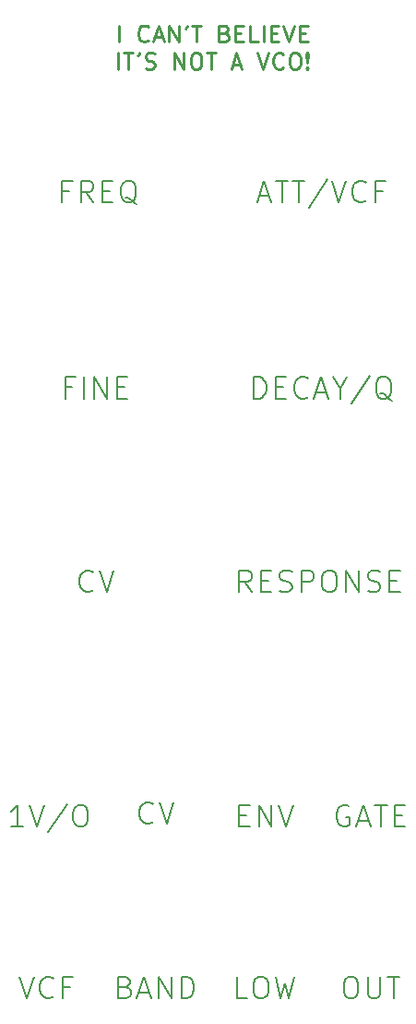
<source format=gbr>
G04 #@! TF.GenerationSoftware,KiCad,Pcbnew,(5.1.5-0)*
G04 #@! TF.CreationDate,2021-01-12T22:40:15-08:00*
G04 #@! TF.ProjectId,icbina,69636269-6e61-42e6-9b69-6361645f7063,rev?*
G04 #@! TF.SameCoordinates,Original*
G04 #@! TF.FileFunction,Legend,Top*
G04 #@! TF.FilePolarity,Positive*
%FSLAX46Y46*%
G04 Gerber Fmt 4.6, Leading zero omitted, Abs format (unit mm)*
G04 Created by KiCad (PCBNEW (5.1.5-0)) date 2021-01-12 22:40:15*
%MOMM*%
%LPD*%
G04 APERTURE LIST*
%ADD10C,0.250000*%
%ADD11C,0.200000*%
G04 APERTURE END LIST*
D10*
X111607142Y-33428571D02*
X111607142Y-31928571D01*
X114321428Y-33285714D02*
X114250000Y-33357142D01*
X114035714Y-33428571D01*
X113892857Y-33428571D01*
X113678571Y-33357142D01*
X113535714Y-33214285D01*
X113464285Y-33071428D01*
X113392857Y-32785714D01*
X113392857Y-32571428D01*
X113464285Y-32285714D01*
X113535714Y-32142857D01*
X113678571Y-32000000D01*
X113892857Y-31928571D01*
X114035714Y-31928571D01*
X114250000Y-32000000D01*
X114321428Y-32071428D01*
X114892857Y-33000000D02*
X115607142Y-33000000D01*
X114750000Y-33428571D02*
X115250000Y-31928571D01*
X115750000Y-33428571D01*
X116250000Y-33428571D02*
X116250000Y-31928571D01*
X117107142Y-33428571D01*
X117107142Y-31928571D01*
X117892857Y-31928571D02*
X117892857Y-32000000D01*
X117821428Y-32142857D01*
X117750000Y-32214285D01*
X118321428Y-31928571D02*
X119178571Y-31928571D01*
X118750000Y-33428571D02*
X118750000Y-31928571D01*
X121321428Y-32642857D02*
X121535714Y-32714285D01*
X121607142Y-32785714D01*
X121678571Y-32928571D01*
X121678571Y-33142857D01*
X121607142Y-33285714D01*
X121535714Y-33357142D01*
X121392857Y-33428571D01*
X120821428Y-33428571D01*
X120821428Y-31928571D01*
X121321428Y-31928571D01*
X121464285Y-32000000D01*
X121535714Y-32071428D01*
X121607142Y-32214285D01*
X121607142Y-32357142D01*
X121535714Y-32500000D01*
X121464285Y-32571428D01*
X121321428Y-32642857D01*
X120821428Y-32642857D01*
X122321428Y-32642857D02*
X122821428Y-32642857D01*
X123035714Y-33428571D02*
X122321428Y-33428571D01*
X122321428Y-31928571D01*
X123035714Y-31928571D01*
X124392857Y-33428571D02*
X123678571Y-33428571D01*
X123678571Y-31928571D01*
X124892857Y-33428571D02*
X124892857Y-31928571D01*
X125607142Y-32642857D02*
X126107142Y-32642857D01*
X126321428Y-33428571D02*
X125607142Y-33428571D01*
X125607142Y-31928571D01*
X126321428Y-31928571D01*
X126750000Y-31928571D02*
X127250000Y-33428571D01*
X127750000Y-31928571D01*
X128250000Y-32642857D02*
X128750000Y-32642857D01*
X128964285Y-33428571D02*
X128250000Y-33428571D01*
X128250000Y-31928571D01*
X128964285Y-31928571D01*
X111571428Y-35928571D02*
X111571428Y-34428571D01*
X112071428Y-34428571D02*
X112928571Y-34428571D01*
X112500000Y-35928571D02*
X112500000Y-34428571D01*
X113500000Y-34428571D02*
X113500000Y-34500000D01*
X113428571Y-34642857D01*
X113357142Y-34714285D01*
X114071428Y-35857142D02*
X114285714Y-35928571D01*
X114642857Y-35928571D01*
X114785714Y-35857142D01*
X114857142Y-35785714D01*
X114928571Y-35642857D01*
X114928571Y-35500000D01*
X114857142Y-35357142D01*
X114785714Y-35285714D01*
X114642857Y-35214285D01*
X114357142Y-35142857D01*
X114214285Y-35071428D01*
X114142857Y-35000000D01*
X114071428Y-34857142D01*
X114071428Y-34714285D01*
X114142857Y-34571428D01*
X114214285Y-34500000D01*
X114357142Y-34428571D01*
X114714285Y-34428571D01*
X114928571Y-34500000D01*
X116714285Y-35928571D02*
X116714285Y-34428571D01*
X117571428Y-35928571D01*
X117571428Y-34428571D01*
X118571428Y-34428571D02*
X118857142Y-34428571D01*
X119000000Y-34500000D01*
X119142857Y-34642857D01*
X119214285Y-34928571D01*
X119214285Y-35428571D01*
X119142857Y-35714285D01*
X119000000Y-35857142D01*
X118857142Y-35928571D01*
X118571428Y-35928571D01*
X118428571Y-35857142D01*
X118285714Y-35714285D01*
X118214285Y-35428571D01*
X118214285Y-34928571D01*
X118285714Y-34642857D01*
X118428571Y-34500000D01*
X118571428Y-34428571D01*
X119642857Y-34428571D02*
X120500000Y-34428571D01*
X120071428Y-35928571D02*
X120071428Y-34428571D01*
X122071428Y-35500000D02*
X122785714Y-35500000D01*
X121928571Y-35928571D02*
X122428571Y-34428571D01*
X122928571Y-35928571D01*
X124357142Y-34428571D02*
X124857142Y-35928571D01*
X125357142Y-34428571D01*
X126714285Y-35785714D02*
X126642857Y-35857142D01*
X126428571Y-35928571D01*
X126285714Y-35928571D01*
X126071428Y-35857142D01*
X125928571Y-35714285D01*
X125857142Y-35571428D01*
X125785714Y-35285714D01*
X125785714Y-35071428D01*
X125857142Y-34785714D01*
X125928571Y-34642857D01*
X126071428Y-34500000D01*
X126285714Y-34428571D01*
X126428571Y-34428571D01*
X126642857Y-34500000D01*
X126714285Y-34571428D01*
X127642857Y-34428571D02*
X127928571Y-34428571D01*
X128071428Y-34500000D01*
X128214285Y-34642857D01*
X128285714Y-34928571D01*
X128285714Y-35428571D01*
X128214285Y-35714285D01*
X128071428Y-35857142D01*
X127928571Y-35928571D01*
X127642857Y-35928571D01*
X127500000Y-35857142D01*
X127357142Y-35714285D01*
X127285714Y-35428571D01*
X127285714Y-34928571D01*
X127357142Y-34642857D01*
X127500000Y-34500000D01*
X127642857Y-34428571D01*
X128928571Y-35785714D02*
X129000000Y-35857142D01*
X128928571Y-35928571D01*
X128857142Y-35857142D01*
X128928571Y-35785714D01*
X128928571Y-35928571D01*
X128928571Y-35357142D02*
X128857142Y-34500000D01*
X128928571Y-34428571D01*
X129000000Y-34500000D01*
X128928571Y-35357142D01*
X128928571Y-34428571D01*
D11*
X123809523Y-83904761D02*
X123142857Y-82952380D01*
X122666666Y-83904761D02*
X122666666Y-81904761D01*
X123428571Y-81904761D01*
X123619047Y-82000000D01*
X123714285Y-82095238D01*
X123809523Y-82285714D01*
X123809523Y-82571428D01*
X123714285Y-82761904D01*
X123619047Y-82857142D01*
X123428571Y-82952380D01*
X122666666Y-82952380D01*
X124666666Y-82857142D02*
X125333333Y-82857142D01*
X125619047Y-83904761D02*
X124666666Y-83904761D01*
X124666666Y-81904761D01*
X125619047Y-81904761D01*
X126380952Y-83809523D02*
X126666666Y-83904761D01*
X127142857Y-83904761D01*
X127333333Y-83809523D01*
X127428571Y-83714285D01*
X127523809Y-83523809D01*
X127523809Y-83333333D01*
X127428571Y-83142857D01*
X127333333Y-83047619D01*
X127142857Y-82952380D01*
X126761904Y-82857142D01*
X126571428Y-82761904D01*
X126476190Y-82666666D01*
X126380952Y-82476190D01*
X126380952Y-82285714D01*
X126476190Y-82095238D01*
X126571428Y-82000000D01*
X126761904Y-81904761D01*
X127238095Y-81904761D01*
X127523809Y-82000000D01*
X128380952Y-83904761D02*
X128380952Y-81904761D01*
X129142857Y-81904761D01*
X129333333Y-82000000D01*
X129428571Y-82095238D01*
X129523809Y-82285714D01*
X129523809Y-82571428D01*
X129428571Y-82761904D01*
X129333333Y-82857142D01*
X129142857Y-82952380D01*
X128380952Y-82952380D01*
X130761904Y-81904761D02*
X131142857Y-81904761D01*
X131333333Y-82000000D01*
X131523809Y-82190476D01*
X131619047Y-82571428D01*
X131619047Y-83238095D01*
X131523809Y-83619047D01*
X131333333Y-83809523D01*
X131142857Y-83904761D01*
X130761904Y-83904761D01*
X130571428Y-83809523D01*
X130380952Y-83619047D01*
X130285714Y-83238095D01*
X130285714Y-82571428D01*
X130380952Y-82190476D01*
X130571428Y-82000000D01*
X130761904Y-81904761D01*
X132476190Y-83904761D02*
X132476190Y-81904761D01*
X133619047Y-83904761D01*
X133619047Y-81904761D01*
X134476190Y-83809523D02*
X134761904Y-83904761D01*
X135238095Y-83904761D01*
X135428571Y-83809523D01*
X135523809Y-83714285D01*
X135619047Y-83523809D01*
X135619047Y-83333333D01*
X135523809Y-83142857D01*
X135428571Y-83047619D01*
X135238095Y-82952380D01*
X134857142Y-82857142D01*
X134666666Y-82761904D01*
X134571428Y-82666666D01*
X134476190Y-82476190D01*
X134476190Y-82285714D01*
X134571428Y-82095238D01*
X134666666Y-82000000D01*
X134857142Y-81904761D01*
X135333333Y-81904761D01*
X135619047Y-82000000D01*
X136476190Y-82857142D02*
X137142857Y-82857142D01*
X137428571Y-83904761D02*
X136476190Y-83904761D01*
X136476190Y-81904761D01*
X137428571Y-81904761D01*
X124011904Y-66154761D02*
X124011904Y-64154761D01*
X124488095Y-64154761D01*
X124773809Y-64250000D01*
X124964285Y-64440476D01*
X125059523Y-64630952D01*
X125154761Y-65011904D01*
X125154761Y-65297619D01*
X125059523Y-65678571D01*
X124964285Y-65869047D01*
X124773809Y-66059523D01*
X124488095Y-66154761D01*
X124011904Y-66154761D01*
X126011904Y-65107142D02*
X126678571Y-65107142D01*
X126964285Y-66154761D02*
X126011904Y-66154761D01*
X126011904Y-64154761D01*
X126964285Y-64154761D01*
X128964285Y-65964285D02*
X128869047Y-66059523D01*
X128583333Y-66154761D01*
X128392857Y-66154761D01*
X128107142Y-66059523D01*
X127916666Y-65869047D01*
X127821428Y-65678571D01*
X127726190Y-65297619D01*
X127726190Y-65011904D01*
X127821428Y-64630952D01*
X127916666Y-64440476D01*
X128107142Y-64250000D01*
X128392857Y-64154761D01*
X128583333Y-64154761D01*
X128869047Y-64250000D01*
X128964285Y-64345238D01*
X129726190Y-65583333D02*
X130678571Y-65583333D01*
X129535714Y-66154761D02*
X130202380Y-64154761D01*
X130869047Y-66154761D01*
X131916666Y-65202380D02*
X131916666Y-66154761D01*
X131250000Y-64154761D02*
X131916666Y-65202380D01*
X132583333Y-64154761D01*
X134678571Y-64059523D02*
X132964285Y-66630952D01*
X136678571Y-66345238D02*
X136488095Y-66250000D01*
X136297619Y-66059523D01*
X136011904Y-65773809D01*
X135821428Y-65678571D01*
X135630952Y-65678571D01*
X135726190Y-66154761D02*
X135535714Y-66059523D01*
X135345238Y-65869047D01*
X135250000Y-65488095D01*
X135250000Y-64821428D01*
X135345238Y-64440476D01*
X135535714Y-64250000D01*
X135726190Y-64154761D01*
X136107142Y-64154761D01*
X136297619Y-64250000D01*
X136488095Y-64440476D01*
X136583333Y-64821428D01*
X136583333Y-65488095D01*
X136488095Y-65869047D01*
X136297619Y-66059523D01*
X136107142Y-66154761D01*
X135726190Y-66154761D01*
X124488095Y-47583333D02*
X125440476Y-47583333D01*
X124297619Y-48154761D02*
X124964285Y-46154761D01*
X125630952Y-48154761D01*
X126011904Y-46154761D02*
X127154761Y-46154761D01*
X126583333Y-48154761D02*
X126583333Y-46154761D01*
X127535714Y-46154761D02*
X128678571Y-46154761D01*
X128107142Y-48154761D02*
X128107142Y-46154761D01*
X130773809Y-46059523D02*
X129059523Y-48630952D01*
X131154761Y-46154761D02*
X131821428Y-48154761D01*
X132488095Y-46154761D01*
X134297619Y-47964285D02*
X134202380Y-48059523D01*
X133916666Y-48154761D01*
X133726190Y-48154761D01*
X133440476Y-48059523D01*
X133250000Y-47869047D01*
X133154761Y-47678571D01*
X133059523Y-47297619D01*
X133059523Y-47011904D01*
X133154761Y-46630952D01*
X133250000Y-46440476D01*
X133440476Y-46250000D01*
X133726190Y-46154761D01*
X133916666Y-46154761D01*
X134202380Y-46250000D01*
X134297619Y-46345238D01*
X135821428Y-47107142D02*
X135154761Y-47107142D01*
X135154761Y-48154761D02*
X135154761Y-46154761D01*
X136107142Y-46154761D01*
X107083333Y-47107142D02*
X106416666Y-47107142D01*
X106416666Y-48154761D02*
X106416666Y-46154761D01*
X107369047Y-46154761D01*
X109273809Y-48154761D02*
X108607142Y-47202380D01*
X108130952Y-48154761D02*
X108130952Y-46154761D01*
X108892857Y-46154761D01*
X109083333Y-46250000D01*
X109178571Y-46345238D01*
X109273809Y-46535714D01*
X109273809Y-46821428D01*
X109178571Y-47011904D01*
X109083333Y-47107142D01*
X108892857Y-47202380D01*
X108130952Y-47202380D01*
X110130952Y-47107142D02*
X110797619Y-47107142D01*
X111083333Y-48154761D02*
X110130952Y-48154761D01*
X110130952Y-46154761D01*
X111083333Y-46154761D01*
X113273809Y-48345238D02*
X113083333Y-48250000D01*
X112892857Y-48059523D01*
X112607142Y-47773809D01*
X112416666Y-47678571D01*
X112226190Y-47678571D01*
X112321428Y-48154761D02*
X112130952Y-48059523D01*
X111940476Y-47869047D01*
X111845238Y-47488095D01*
X111845238Y-46821428D01*
X111940476Y-46440476D01*
X112130952Y-46250000D01*
X112321428Y-46154761D01*
X112702380Y-46154761D01*
X112892857Y-46250000D01*
X113083333Y-46440476D01*
X113178571Y-46821428D01*
X113178571Y-47488095D01*
X113083333Y-47869047D01*
X112892857Y-48059523D01*
X112702380Y-48154761D01*
X112321428Y-48154761D01*
X107357142Y-65107142D02*
X106690476Y-65107142D01*
X106690476Y-66154761D02*
X106690476Y-64154761D01*
X107642857Y-64154761D01*
X108404761Y-66154761D02*
X108404761Y-64154761D01*
X109357142Y-66154761D02*
X109357142Y-64154761D01*
X110500000Y-66154761D01*
X110500000Y-64154761D01*
X111452380Y-65107142D02*
X112119047Y-65107142D01*
X112404761Y-66154761D02*
X111452380Y-66154761D01*
X111452380Y-64154761D01*
X112404761Y-64154761D01*
X109261904Y-83714285D02*
X109166666Y-83809523D01*
X108880952Y-83904761D01*
X108690476Y-83904761D01*
X108404761Y-83809523D01*
X108214285Y-83619047D01*
X108119047Y-83428571D01*
X108023809Y-83047619D01*
X108023809Y-82761904D01*
X108119047Y-82380952D01*
X108214285Y-82190476D01*
X108404761Y-82000000D01*
X108690476Y-81904761D01*
X108880952Y-81904761D01*
X109166666Y-82000000D01*
X109261904Y-82095238D01*
X109833333Y-81904761D02*
X110500000Y-83904761D01*
X111166666Y-81904761D01*
X132750000Y-119154761D02*
X133130952Y-119154761D01*
X133321428Y-119250000D01*
X133511904Y-119440476D01*
X133607142Y-119821428D01*
X133607142Y-120488095D01*
X133511904Y-120869047D01*
X133321428Y-121059523D01*
X133130952Y-121154761D01*
X132750000Y-121154761D01*
X132559523Y-121059523D01*
X132369047Y-120869047D01*
X132273809Y-120488095D01*
X132273809Y-119821428D01*
X132369047Y-119440476D01*
X132559523Y-119250000D01*
X132750000Y-119154761D01*
X134464285Y-119154761D02*
X134464285Y-120773809D01*
X134559523Y-120964285D01*
X134654761Y-121059523D01*
X134845238Y-121154761D01*
X135226190Y-121154761D01*
X135416666Y-121059523D01*
X135511904Y-120964285D01*
X135607142Y-120773809D01*
X135607142Y-119154761D01*
X136273809Y-119154761D02*
X137416666Y-119154761D01*
X136845238Y-121154761D02*
X136845238Y-119154761D01*
X123428571Y-121154761D02*
X122476190Y-121154761D01*
X122476190Y-119154761D01*
X124476190Y-119154761D02*
X124857142Y-119154761D01*
X125047619Y-119250000D01*
X125238095Y-119440476D01*
X125333333Y-119821428D01*
X125333333Y-120488095D01*
X125238095Y-120869047D01*
X125047619Y-121059523D01*
X124857142Y-121154761D01*
X124476190Y-121154761D01*
X124285714Y-121059523D01*
X124095238Y-120869047D01*
X124000000Y-120488095D01*
X124000000Y-119821428D01*
X124095238Y-119440476D01*
X124285714Y-119250000D01*
X124476190Y-119154761D01*
X126000000Y-119154761D02*
X126476190Y-121154761D01*
X126857142Y-119726190D01*
X127238095Y-121154761D01*
X127714285Y-119154761D01*
X112238095Y-120107142D02*
X112523809Y-120202380D01*
X112619047Y-120297619D01*
X112714285Y-120488095D01*
X112714285Y-120773809D01*
X112619047Y-120964285D01*
X112523809Y-121059523D01*
X112333333Y-121154761D01*
X111571428Y-121154761D01*
X111571428Y-119154761D01*
X112238095Y-119154761D01*
X112428571Y-119250000D01*
X112523809Y-119345238D01*
X112619047Y-119535714D01*
X112619047Y-119726190D01*
X112523809Y-119916666D01*
X112428571Y-120011904D01*
X112238095Y-120107142D01*
X111571428Y-120107142D01*
X113476190Y-120583333D02*
X114428571Y-120583333D01*
X113285714Y-121154761D02*
X113952380Y-119154761D01*
X114619047Y-121154761D01*
X115285714Y-121154761D02*
X115285714Y-119154761D01*
X116428571Y-121154761D01*
X116428571Y-119154761D01*
X117380952Y-121154761D02*
X117380952Y-119154761D01*
X117857142Y-119154761D01*
X118142857Y-119250000D01*
X118333333Y-119440476D01*
X118428571Y-119630952D01*
X118523809Y-120011904D01*
X118523809Y-120297619D01*
X118428571Y-120678571D01*
X118333333Y-120869047D01*
X118142857Y-121059523D01*
X117857142Y-121154761D01*
X117380952Y-121154761D01*
X102476190Y-119154761D02*
X103142857Y-121154761D01*
X103809523Y-119154761D01*
X105619047Y-120964285D02*
X105523809Y-121059523D01*
X105238095Y-121154761D01*
X105047619Y-121154761D01*
X104761904Y-121059523D01*
X104571428Y-120869047D01*
X104476190Y-120678571D01*
X104380952Y-120297619D01*
X104380952Y-120011904D01*
X104476190Y-119630952D01*
X104571428Y-119440476D01*
X104761904Y-119250000D01*
X105047619Y-119154761D01*
X105238095Y-119154761D01*
X105523809Y-119250000D01*
X105619047Y-119345238D01*
X107142857Y-120107142D02*
X106476190Y-120107142D01*
X106476190Y-121154761D02*
X106476190Y-119154761D01*
X107428571Y-119154761D01*
X102869047Y-105404761D02*
X101726190Y-105404761D01*
X102297619Y-105404761D02*
X102297619Y-103404761D01*
X102107142Y-103690476D01*
X101916666Y-103880952D01*
X101726190Y-103976190D01*
X103440476Y-103404761D02*
X104107142Y-105404761D01*
X104773809Y-103404761D01*
X106869047Y-103309523D02*
X105154761Y-105880952D01*
X107916666Y-103404761D02*
X108297619Y-103404761D01*
X108488095Y-103500000D01*
X108678571Y-103690476D01*
X108773809Y-104071428D01*
X108773809Y-104738095D01*
X108678571Y-105119047D01*
X108488095Y-105309523D01*
X108297619Y-105404761D01*
X107916666Y-105404761D01*
X107726190Y-105309523D01*
X107535714Y-105119047D01*
X107440476Y-104738095D01*
X107440476Y-104071428D01*
X107535714Y-103690476D01*
X107726190Y-103500000D01*
X107916666Y-103404761D01*
X132750000Y-103500000D02*
X132559523Y-103404761D01*
X132273809Y-103404761D01*
X131988095Y-103500000D01*
X131797619Y-103690476D01*
X131702380Y-103880952D01*
X131607142Y-104261904D01*
X131607142Y-104547619D01*
X131702380Y-104928571D01*
X131797619Y-105119047D01*
X131988095Y-105309523D01*
X132273809Y-105404761D01*
X132464285Y-105404761D01*
X132750000Y-105309523D01*
X132845238Y-105214285D01*
X132845238Y-104547619D01*
X132464285Y-104547619D01*
X133607142Y-104833333D02*
X134559523Y-104833333D01*
X133416666Y-105404761D02*
X134083333Y-103404761D01*
X134750000Y-105404761D01*
X135130952Y-103404761D02*
X136273809Y-103404761D01*
X135702380Y-105404761D02*
X135702380Y-103404761D01*
X136940476Y-104357142D02*
X137607142Y-104357142D01*
X137892857Y-105404761D02*
X136940476Y-105404761D01*
X136940476Y-103404761D01*
X137892857Y-103404761D01*
X122666666Y-104357142D02*
X123333333Y-104357142D01*
X123619047Y-105404761D02*
X122666666Y-105404761D01*
X122666666Y-103404761D01*
X123619047Y-103404761D01*
X124476190Y-105404761D02*
X124476190Y-103404761D01*
X125619047Y-105404761D01*
X125619047Y-103404761D01*
X126285714Y-103404761D02*
X126952380Y-105404761D01*
X127619047Y-103404761D01*
X114761904Y-104964285D02*
X114666666Y-105059523D01*
X114380952Y-105154761D01*
X114190476Y-105154761D01*
X113904761Y-105059523D01*
X113714285Y-104869047D01*
X113619047Y-104678571D01*
X113523809Y-104297619D01*
X113523809Y-104011904D01*
X113619047Y-103630952D01*
X113714285Y-103440476D01*
X113904761Y-103250000D01*
X114190476Y-103154761D01*
X114380952Y-103154761D01*
X114666666Y-103250000D01*
X114761904Y-103345238D01*
X115333333Y-103154761D02*
X116000000Y-105154761D01*
X116666666Y-103154761D01*
M02*

</source>
